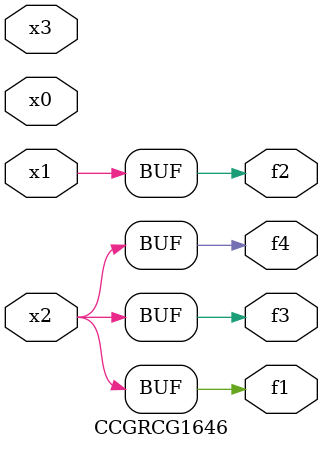
<source format=v>
module CCGRCG1646(
	input x0, x1, x2, x3,
	output f1, f2, f3, f4
);
	assign f1 = x2;
	assign f2 = x1;
	assign f3 = x2;
	assign f4 = x2;
endmodule

</source>
